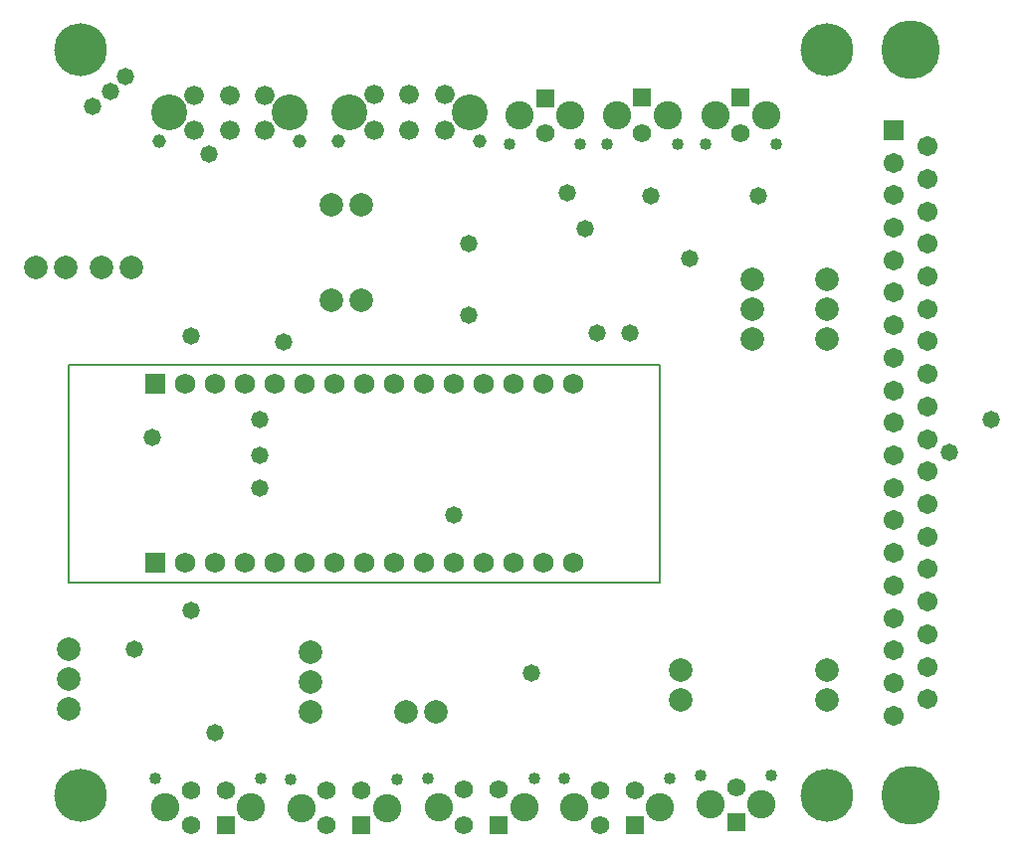
<source format=gbs>
G04*
G04 #@! TF.GenerationSoftware,Altium Limited,Altium Designer,23.1.1 (15)*
G04*
G04 Layer_Color=16711935*
%FSLAX25Y25*%
%MOIN*%
G70*
G04*
G04 #@! TF.SameCoordinates,8C77E051-C172-4F39-AE62-CDD73B8C3D6F*
G04*
G04*
G04 #@! TF.FilePolarity,Negative*
G04*
G01*
G75*
%ADD16C,0.00500*%
%ADD44C,0.06584*%
%ADD45C,0.12057*%
%ADD46C,0.04616*%
%ADD47R,0.06824X0.06824*%
%ADD48C,0.06824*%
%ADD49C,0.07887*%
%ADD50C,0.04016*%
%ADD51C,0.06181*%
%ADD52R,0.06181X0.06181*%
%ADD53C,0.09488*%
%ADD54C,0.06706*%
%ADD55R,0.06706X0.06706*%
%ADD56C,0.19698*%
%ADD57C,0.17729*%
%ADD58C,0.05800*%
D16*
X21004Y96504D02*
X218996D01*
X21004D02*
Y169496D01*
X218996D01*
Y96504D02*
Y169496D01*
X21004Y96504D02*
X218996D01*
X21004D02*
Y169496D01*
X218996D01*
Y96504D02*
Y169496D01*
D44*
X62913Y259906D02*
D03*
X74724D02*
D03*
X86535D02*
D03*
X62913Y248095D02*
D03*
X74724D02*
D03*
X86535D02*
D03*
X123189Y260000D02*
D03*
X135000D02*
D03*
X146811D02*
D03*
X123189Y248189D02*
D03*
X135000D02*
D03*
X146811D02*
D03*
D45*
X54449Y254000D02*
D03*
X95000D02*
D03*
X114724Y254095D02*
D03*
X155276D02*
D03*
D46*
X51102Y244394D02*
D03*
X98346D02*
D03*
X111378Y244488D02*
D03*
X158622D02*
D03*
D47*
X50000Y103000D02*
D03*
Y163000D02*
D03*
D48*
X60000Y103000D02*
D03*
Y163000D02*
D03*
X70000Y103000D02*
D03*
Y163000D02*
D03*
X80000Y103000D02*
D03*
Y163000D02*
D03*
X90000Y103000D02*
D03*
Y163000D02*
D03*
X100000Y103000D02*
D03*
Y163000D02*
D03*
X110000Y103000D02*
D03*
Y163000D02*
D03*
X120000Y103000D02*
D03*
Y163000D02*
D03*
X130000Y103000D02*
D03*
Y163000D02*
D03*
X140000Y103000D02*
D03*
Y163000D02*
D03*
X150000Y103000D02*
D03*
Y163000D02*
D03*
X160000Y103000D02*
D03*
Y163000D02*
D03*
X170000Y103000D02*
D03*
Y163000D02*
D03*
X180000Y103000D02*
D03*
Y163000D02*
D03*
X190000Y103000D02*
D03*
Y163000D02*
D03*
D49*
X102000Y53000D02*
D03*
Y63000D02*
D03*
Y73000D02*
D03*
X21000Y54000D02*
D03*
Y64000D02*
D03*
Y74000D02*
D03*
X144000Y53000D02*
D03*
X134000D02*
D03*
X109000Y223000D02*
D03*
X119000D02*
D03*
X250000Y198000D02*
D03*
Y188000D02*
D03*
Y178000D02*
D03*
X119000Y191000D02*
D03*
X109000D02*
D03*
X226000Y67000D02*
D03*
Y57000D02*
D03*
X275000Y67000D02*
D03*
Y57000D02*
D03*
Y178000D02*
D03*
Y188000D02*
D03*
Y198000D02*
D03*
X42000Y202000D02*
D03*
X32000D02*
D03*
X10000D02*
D03*
X20000D02*
D03*
D50*
X95378Y30512D02*
D03*
X130811D02*
D03*
X256276Y31606D02*
D03*
X232653D02*
D03*
X192276Y243394D02*
D03*
X168654D02*
D03*
X85347Y30606D02*
D03*
X49913D02*
D03*
X176811Y30701D02*
D03*
X141378D02*
D03*
X201189Y243488D02*
D03*
X224811D02*
D03*
X234189D02*
D03*
X257811D02*
D03*
X186913Y30606D02*
D03*
X222346D02*
D03*
D51*
X107189Y26811D02*
D03*
X119000D02*
D03*
X107189Y15000D02*
D03*
X244465Y27905D02*
D03*
X180465Y247094D02*
D03*
X61724Y15094D02*
D03*
X73535Y26906D02*
D03*
X61724D02*
D03*
X153189Y15189D02*
D03*
X165000Y27000D02*
D03*
X153189D02*
D03*
X213000Y247189D02*
D03*
X246000D02*
D03*
X198724Y26906D02*
D03*
X210535D02*
D03*
X198724Y15094D02*
D03*
D52*
X119000Y15000D02*
D03*
X244465Y16094D02*
D03*
X180465Y258906D02*
D03*
X73535Y15094D02*
D03*
X165000Y15189D02*
D03*
X213000Y259000D02*
D03*
X246000D02*
D03*
X210535Y15094D02*
D03*
D53*
X127465Y20906D02*
D03*
X98724D02*
D03*
X252929Y22000D02*
D03*
X236000D02*
D03*
X188929Y253000D02*
D03*
X172000D02*
D03*
X53260Y21000D02*
D03*
X82000D02*
D03*
X144724Y21094D02*
D03*
X173465D02*
D03*
X204535Y253095D02*
D03*
X221465D02*
D03*
X237535D02*
D03*
X254465D02*
D03*
X219000Y21000D02*
D03*
X190260D02*
D03*
D54*
X297244Y226339D02*
D03*
Y215433D02*
D03*
Y237244D02*
D03*
Y204528D02*
D03*
Y193622D02*
D03*
Y182717D02*
D03*
Y171811D02*
D03*
Y160906D02*
D03*
Y150000D02*
D03*
Y139094D02*
D03*
Y128189D02*
D03*
Y117283D02*
D03*
Y106378D02*
D03*
Y95473D02*
D03*
Y84567D02*
D03*
Y73661D02*
D03*
Y62756D02*
D03*
Y51850D02*
D03*
X308425Y242697D02*
D03*
Y231791D02*
D03*
Y220886D02*
D03*
Y209980D02*
D03*
Y199075D02*
D03*
Y188169D02*
D03*
Y177264D02*
D03*
Y166358D02*
D03*
Y155453D02*
D03*
Y144547D02*
D03*
Y133642D02*
D03*
Y122736D02*
D03*
Y111831D02*
D03*
Y100925D02*
D03*
Y90020D02*
D03*
Y79114D02*
D03*
Y68209D02*
D03*
Y57303D02*
D03*
D55*
X297244Y248150D02*
D03*
D56*
X302835Y25000D02*
D03*
Y275000D02*
D03*
D57*
X275000D02*
D03*
X25000D02*
D03*
X275000Y25000D02*
D03*
X25000D02*
D03*
D58*
X176000Y66000D02*
D03*
X85000Y139000D02*
D03*
Y128000D02*
D03*
X49000Y145000D02*
D03*
X85000Y151000D02*
D03*
X62000Y87000D02*
D03*
X93000Y177000D02*
D03*
X43000Y74000D02*
D03*
X70000Y46000D02*
D03*
X68000Y240000D02*
D03*
X150000Y119000D02*
D03*
X194000Y215000D02*
D03*
X330000Y151000D02*
D03*
X316000Y140000D02*
D03*
X229000Y205000D02*
D03*
X209000Y180000D02*
D03*
X198000D02*
D03*
X252000Y226000D02*
D03*
X29000Y256000D02*
D03*
X216000Y226000D02*
D03*
X188000Y227000D02*
D03*
X154911Y186089D02*
D03*
X155000Y210000D02*
D03*
X62000Y179000D02*
D03*
X35000Y261000D02*
D03*
X40000Y266000D02*
D03*
M02*

</source>
